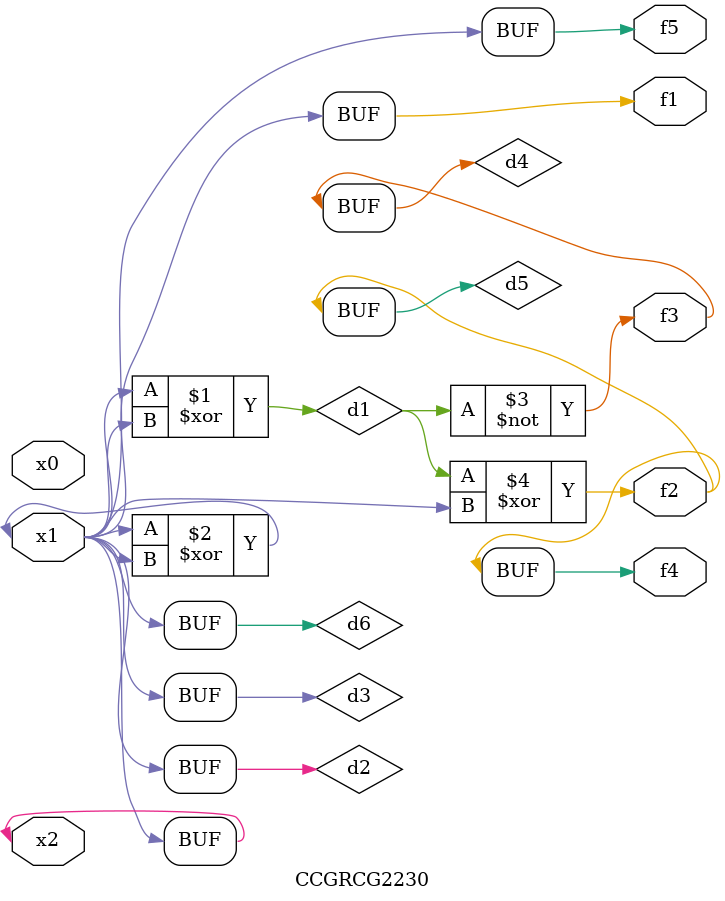
<source format=v>
module CCGRCG2230(
	input x0, x1, x2,
	output f1, f2, f3, f4, f5
);

	wire d1, d2, d3, d4, d5, d6;

	xor (d1, x1, x2);
	buf (d2, x1, x2);
	xor (d3, x1, x2);
	nor (d4, d1);
	xor (d5, d1, d2);
	buf (d6, d2, d3);
	assign f1 = d6;
	assign f2 = d5;
	assign f3 = d4;
	assign f4 = d5;
	assign f5 = d6;
endmodule

</source>
